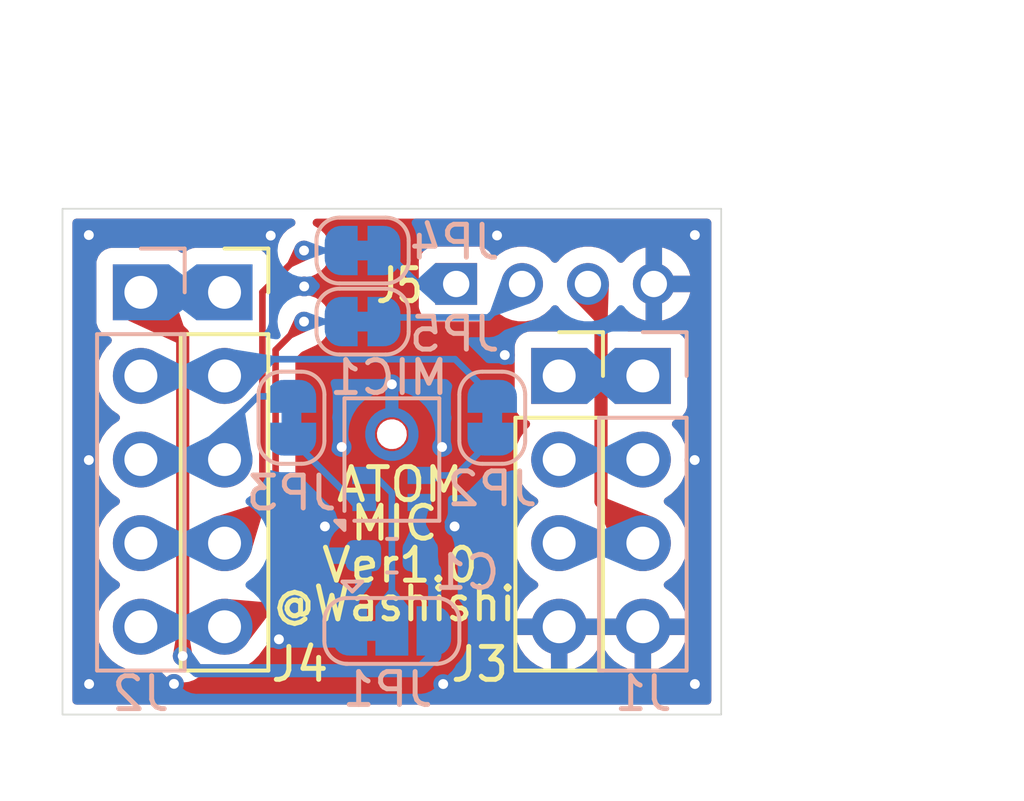
<source format=kicad_pcb>
(kicad_pcb (version 20221018) (generator pcbnew)
  (layers (0 "F.Cu" signal) (31 "B.Cu" signal) (34 "B.Paste" user) (35 "F.Paste" user) (36 "B.SilkS" user "B.Silkscreen") (37 "F.SilkS" user "F.Silkscreen") (38 "B.Mask" user) (39 "F.Mask" user) (44 "Edge.Cuts" user))
  (net 0 "")
  (net 1 "+3V3")
  (net 2 "GND")
  (net 3 "/G38{slash}G25")
  (net 4 "/G39{slash}G21")
  (net 5 "+5V")
  (net 6 "/G5{slash}G22")
  (net 7 "/G6{slash}G19")
  (net 8 "/G7{slash}G23")
  (net 9 "/G8{slash}G33")
  (net 10 "Net-(JP3-B)")
  (net 11 "Net-(J5-Pin_1)")
  (net 12 "Net-(J5-Pin_2)")
  (net 13 "Net-(JP1-C)")
  (net 14 "Net-(JP2-B)")
  (footprint "Connector_PinSocket_2.54mm:PinSocket_1x05_P2.54mm_Vertical" (layer "F.Cu") (at 131.92 76.073)
    (fp_text reference "J4" (at 2.286 11.303) (layer "F.SilkS"))
    (fp_text value "Conn_01x05_Socket" hide)
    (fp_line (start -1.33 1.27) (end -1.33 11.49) (stroke (width 0.12)) (layer "F.SilkS"))
    (fp_line (start -1.33 1.27) (end 1.33 1.27) (stroke (width 0.12)) (layer "F.SilkS"))
    (fp_line (start -1.33 11.49) (end 1.33 11.49) (stroke (width 0.12)) (layer "F.SilkS"))
    (fp_line (start 0 -1.33) (end 1.33 -1.33) (stroke (width 0.12)) (layer "F.SilkS"))
    (fp_line (start 1.33 -1.33) (end 1.33 0) (stroke (width 0.12)) (layer "F.SilkS"))
    (fp_line (start 1.33 1.27) (end 1.33 11.49) (stroke (width 0.12)) (layer "F.SilkS"))
    (pad "1" thru_hole rect (at 0 0) (size 1.7 1.7) (drill 1) (layers "*.Cu" "*.Mask") (net 1 "+3V3"))
    (pad "2" thru_hole oval (at 0 2.54) (size 1.7 1.7) (drill 1) (layers "*.Cu" "*.Mask") (net 6 "/G5{slash}G22"))
    (pad "3" thru_hole oval (at 0 5.08) (size 1.7 1.7) (drill 1) (layers "*.Cu" "*.Mask") (net 7 "/G6{slash}G19"))
    (pad "4" thru_hole oval (at 0 7.62) (size 1.7 1.7) (drill 1) (layers "*.Cu" "*.Mask") (net 8 "/G7{slash}G23"))
    (pad "5" thru_hole oval (at 0 10.16) (size 1.7 1.7) (drill 1) (layers "*.Cu" "*.Mask") (net 9 "/G8{slash}G33"))
  )
  (footprint "Connector_PinSocket_2.54mm:PinSocket_1x04_P2.54mm_Vertical" (layer "F.Cu") (at 142.08 78.613)
    (fp_text reference "J3" (at -2.413 8.763) (layer "F.SilkS"))
    (fp_text value "Conn_01x04_Socket" hide)
    (fp_line (start -1.33 1.27) (end -1.33 8.95) (stroke (width 0.12)) (layer "F.SilkS"))
    (fp_line (start -1.33 1.27) (end 1.33 1.27) (stroke (width 0.12)) (layer "F.SilkS"))
    (fp_line (start -1.33 8.95) (end 1.33 8.95) (stroke (width 0.12)) (layer "F.SilkS"))
    (fp_line (start 0 -1.33) (end 1.33 -1.33) (stroke (width 0.12)) (layer "F.SilkS"))
    (fp_line (start 1.33 -1.33) (end 1.33 0) (stroke (width 0.12)) (layer "F.SilkS"))
    (fp_line (start 1.33 1.27) (end 1.33 8.95) (stroke (width 0.12)) (layer "F.SilkS"))
    (pad "1" thru_hole rect (at 0 0) (size 1.7 1.7) (drill 1) (layers "*.Cu" "*.Mask") (net 4 "/G39{slash}G21"))
    (pad "2" thru_hole oval (at 0 2.54) (size 1.7 1.7) (drill 1) (layers "*.Cu" "*.Mask") (net 3 "/G38{slash}G25"))
    (pad "3" thru_hole oval (at 0 5.08) (size 1.7 1.7) (drill 1) (layers "*.Cu" "*.Mask") (net 5 "+5V"))
    (pad "4" thru_hole oval (at 0 7.62) (size 1.7 1.7) (drill 1) (layers "*.Cu" "*.Mask") (net 2 "GND"))
  )
  (footprint "Local_Library:CON_GROVE_H" (layer "F.Cu") (at 141.953 75.819)
    (fp_text reference "J5" (at -3.937 0.635) (layer "F.SilkS") (effects (font (size 1 0.8) (thickness 0.153) bold) (justify right bottom)))
    (fp_text value "HY2.0-4P")
    (pad "1" thru_hole rect (at -3 0) (size 1.27 1.27) (drill 0.8) (layers "*.Cu" "*.Mask") (net 11 "Net-(J5-Pin_1)"))
    (pad "2" thru_hole circle (at -1 0) (size 1.27 1.27) (drill 0.8) (layers "*.Cu" "*.Mask") (net 12 "Net-(J5-Pin_2)"))
    (pad "3" thru_hole circle (at 1 0) (size 1.27 1.27) (drill 0.8) (layers "*.Cu" "*.Mask") (net 5 "+5V"))
    (pad "4" thru_hole circle (at 3 0) (size 1.27 1.27) (drill 0.8) (layers "*.Cu" "*.Mask") (net 2 "GND"))
  )
  (footprint "Jumper:SolderJumper-2_P1.3mm_Bridged_RoundedPad1.0x1.5mm" (layer "B.Cu") (at 133.952 79.883 -90)
    (fp_text reference "JP3" (at 2.286 0 -180) (layer "B.SilkS") (effects (justify mirror)))
    (fp_text value "DAT")
    (fp_poly (pts (xy 0.25 0.3) (xy -0.25 0.3) (xy -0.25 -0.3) (xy 0.25 -0.3)) (fill solid) (layer "B.Cu"))
    (fp_line (start -1.4 -0.3) (end -1.4 0.3) (stroke (width 0.12)) (layer "B.SilkS"))
    (fp_line (start -0.7 1) (end 0.7 1) (stroke (width 0.12)) (layer "B.SilkS"))
    (fp_line (start 0.7 -1) (end -0.7 -1) (stroke (width 0.12)) (layer "B.SilkS"))
    (fp_line (start 1.4 0.3) (end 1.4 -0.3) (stroke (width 0.12)) (layer "B.SilkS"))
    (fp_arc (start -1.4 -0.3) (mid -1.194975 -0.794975) (end -0.7 -1) (stroke (width 0.12)) (layer "B.SilkS"))
    (fp_arc (start -0.7 1) (mid -1.194975 0.794975) (end -1.4 0.3) (stroke (width 0.12)) (layer "B.SilkS"))
    (fp_arc (start 0.7 -1) (mid 1.194975 -0.794975) (end 1.4 -0.3) (stroke (width 0.12)) (layer "B.SilkS"))
    (fp_arc (start 1.4 0.3) (mid 1.194975 0.794975) (end 0.7 1) (stroke (width 0.12)) (layer "B.SilkS"))
    (pad "1" smd custom (at -0.65 0 270) (size 1 0.5) (layers "B.Cu" "B.Mask") (net 7 "/G6{slash}G19") (options (clearance outline) (anchor rect)) (primitives (gr_circle (center 0 -0.25) (end 0.5 -0.25) (width 0) (fill yes)) (gr_circle (center 0 0.25) (end 0.5 0.25) (width 0) (fill yes)) (gr_poly (pts (xy 0.5 -0.75) (xy 0 -0.75) (xy 0 0.75) (xy 0.5 0.75)) (width 0) (fill yes))))
    (pad "2" smd custom (at 0.65 0 270) (size 1 0.5) (layers "B.Cu" "B.Mask") (net 10 "Net-(JP3-B)") (options (clearance outline) (anchor rect)) (primitives (gr_circle (center 0 -0.25) (end 0.5 -0.25) (width 0) (fill yes)) (gr_circle (center 0 0.25) (end 0.5 0.25) (width 0) (fill yes)) (gr_poly (pts (xy 0 -0.75) (xy -0.5 -0.75) (xy -0.5 0.75) (xy 0 0.75)) (width 0) (fill yes))))
  )
  (footprint "Sensor_Audio:Knowles_LGA-5_3.5x2.65mm" (layer "B.Cu") (at 137 81.153)
    (fp_text reference "MIC1" (at -0.090018 -2.492246) (layer "B.SilkS") (effects (font (thickness 0.153)) (justify mirror)))
    (fp_text value "SPH0641LU4H-1")
    (fp_line (start -1.44 -1.86) (end -1.44 1.56) (stroke (width 0.12)) (layer "B.SilkS"))
    (fp_line (start -1.14 1.86) (end 1.44 1.86) (stroke (width 0.12)) (layer "B.SilkS"))
    (fp_line (start 1.44 -1.86) (end -1.44 -1.86) (stroke (width 0.12)) (layer "B.SilkS"))
    (fp_line (start 1.44 1.86) (end 1.44 -1.86) (stroke (width 0.12)) (layer "B.SilkS"))
    (fp_poly (pts (xy -1.44 1.86) (xy -1.72 1.86) (xy -1.44 2.14) (xy -1.44 1.86)) (stroke (width 0.12)) (fill solid) (layer "B.SilkS"))
    (pad "" np_thru_hole circle (at 0 -0.77) (size 0.5 0.5) (drill 0.5) (layers "*.Cu" "*.Mask"))
    (pad "1" smd rect (at -0.8375 1.304) (size 0.725 0.522) (layers "B.Cu" "B.Paste" "B.Mask") (net 10 "Net-(JP3-B)"))
    (pad "2" smd rect (at -0.8375 0.482) (size 0.725 0.522) (layers "B.Cu" "B.Paste" "B.Mask") (net 13 "Net-(JP1-C)"))
    (pad "3" smd custom (at 0 -1.4325) (size 0.3 0.3) (layers "B.Cu" "B.Mask") (net 2 "GND") (options (clearance outline) (anchor circle)) (primitives (gr_circle (center 0 0.6625) (end 0.6625 0.6625) (width 0.3) (fill none))))
    (pad "4" smd rect (at 0.8375 0.482) (size 0.725 0.522) (layers "B.Cu" "B.Paste" "B.Mask") (net 14 "Net-(JP2-B)"))
    (pad "5" smd rect (at 0.8375 1.304) (size 0.725 0.522) (layers "B.Cu" "B.Paste" "B.Mask") (net 1 "+3V3"))
  )
  (footprint "Jumper:SolderJumper-2_P1.3mm_Bridged_RoundedPad1.0x1.5mm" (layer "B.Cu") (at 136.111 76.962)
    (fp_text reference "JP5" (at 2.794 0.381) (layer "B.SilkS") (effects (justify mirror)))
    (fp_text value "Gr2PIN")
    (fp_poly (pts (xy 0.25 0.3) (xy -0.25 0.3) (xy -0.25 -0.3) (xy 0.25 -0.3)) (fill solid) (layer "B.Cu"))
    (fp_line (start -1.4 -0.3) (end -1.4 0.3) (stroke (width 0.12)) (layer "B.SilkS"))
    (fp_line (start -0.7 1) (end 0.7 1) (stroke (width 0.12)) (layer "B.SilkS"))
    (fp_line (start 0.7 -1) (end -0.7 -1) (stroke (width 0.12)) (layer "B.SilkS"))
    (fp_line (start 1.4 0.3) (end 1.4 -0.3) (stroke (width 0.12)) (layer "B.SilkS"))
    (fp_arc (start -1.4 -0.3) (mid -1.194975 -0.794975) (end -0.7 -1) (stroke (width 0.12)) (layer "B.SilkS"))
    (fp_arc (start -0.7 1) (mid -1.194975 0.794975) (end -1.4 0.3) (stroke (width 0.12)) (layer "B.SilkS"))
    (fp_arc (start 0.7 -1) (mid 1.194975 -0.794975) (end 1.4 -0.3) (stroke (width 0.12)) (layer "B.SilkS"))
    (fp_arc (start 1.4 0.3) (mid 1.194975 0.794975) (end 0.7 1) (stroke (width 0.12)) (layer "B.SilkS"))
    (pad "1" smd custom (at -0.65 0) (size 1 0.5) (layers "B.Cu" "B.Mask") (net 9 "/G8{slash}G33") (options (clearance outline) (anchor rect)) (primitives (gr_circle (center 0 -0.25) (end 0.5 -0.25) (width 0) (fill yes)) (gr_circle (center 0 0.25) (end 0.5 0.25) (width 0) (fill yes)) (gr_poly (pts (xy 0.5 -0.75) (xy 0 -0.75) (xy 0 0.75) (xy 0.5 0.75)) (width 0) (fill yes))))
    (pad "2" smd custom (at 0.65 0) (size 1 0.5) (layers "B.Cu" "B.Mask") (net 12 "Net-(J5-Pin_2)") (options (clearance outline) (anchor rect)) (primitives (gr_circle (center 0 -0.25) (end 0.5 -0.25) (width 0) (fill yes)) (gr_circle (center 0 0.25) (end 0.5 0.25) (width 0) (fill yes)) (gr_poly (pts (xy 0 -0.75) (xy -0.5 -0.75) (xy -0.5 0.75) (xy 0 0.75)) (width 0) (fill yes))))
  )
  (footprint "Jumper:SolderJumper-2_P1.3mm_Bridged_RoundedPad1.0x1.5mm" (layer "B.Cu") (at 140.048 79.883 -90)
    (fp_text reference "JP2" (at 2.159 0 -180) (layer "B.SilkS") (effects (justify mirror)))
    (fp_text value "CLK")
    (fp_poly (pts (xy 0.25 0.3) (xy -0.25 0.3) (xy -0.25 -0.3) (xy 0.25 -0.3)) (fill solid) (layer "B.Cu"))
    (fp_line (start -1.4 -0.3) (end -1.4 0.3) (stroke (width 0.12)) (layer "B.SilkS"))
    (fp_line (start -0.7 1) (end 0.7 1) (stroke (width 0.12)) (layer "B.SilkS"))
    (fp_line (start 0.7 -1) (end -0.7 -1) (stroke (width 0.12)) (layer "B.SilkS"))
    (fp_line (start 1.4 0.3) (end 1.4 -0.3) (stroke (width 0.12)) (layer "B.SilkS"))
    (fp_arc (start -1.4 -0.3) (mid -1.194975 -0.794975) (end -0.7 -1) (stroke (width 0.12)) (layer "B.SilkS"))
    (fp_arc (start -0.7 1) (mid -1.194975 0.794975) (end -1.4 0.3) (stroke (width 0.12)) (layer "B.SilkS"))
    (fp_arc (start 0.7 -1) (mid 1.194975 -0.794975) (end 1.4 -0.3) (stroke (width 0.12)) (layer "B.SilkS"))
    (fp_arc (start 1.4 0.3) (mid 1.194975 0.794975) (end 0.7 1) (stroke (width 0.12)) (layer "B.SilkS"))
    (pad "1" smd custom (at -0.65 0 270) (size 1 0.5) (layers "B.Cu" "B.Mask") (net 6 "/G5{slash}G22") (options (clearance outline) (anchor rect)) (primitives (gr_circle (center 0 -0.25) (end 0.5 -0.25) (width 0) (fill yes)) (gr_circle (center 0 0.25) (end 0.5 0.25) (width 0) (fill yes)) (gr_poly (pts (xy 0.5 -0.75) (xy 0 -0.75) (xy 0 0.75) (xy 0.5 0.75)) (width 0) (fill yes))))
    (pad "2" smd custom (at 0.65 0 270) (size 1 0.5) (layers "B.Cu" "B.Mask") (net 14 "Net-(JP2-B)") (options (clearance outline) (anchor rect)) (primitives (gr_circle (center 0 -0.25) (end 0.5 -0.25) (width 0) (fill yes)) (gr_circle (center 0 0.25) (end 0.5 0.25) (width 0) (fill yes)) (gr_poly (pts (xy 0 -0.75) (xy -0.5 -0.75) (xy -0.5 0.75) (xy 0 0.75)) (width 0) (fill yes))))
  )
  (footprint "Connector_PinHeader_2.54mm:PinHeader_1x04_P2.54mm_Vertical" (layer "B.Cu") (at 144.62 78.613 180)
    (fp_text reference "J1" (at -0.013035 -9.652) (layer "B.SilkS") (effects (justify mirror)))
    (fp_text value "Conn_01x04_Pin")
    (fp_line (start -1.33 -8.95) (end 1.33 -8.95) (stroke (width 0.12)) (layer "B.SilkS"))
    (fp_line (start -1.33 -1.27) (end -1.33 -8.95) (stroke (width 0.12)) (layer "B.SilkS"))
    (fp_line (start -1.33 -1.27) (end 1.33 -1.27) (stroke (width 0.12)) (layer "B.SilkS"))
    (fp_line (start -1.33 0) (end -1.33 1.33) (stroke (width 0.12)) (layer "B.SilkS"))
    (fp_line (start -1.33 1.33) (end 0 1.33) (stroke (width 0.12)) (layer "B.SilkS"))
    (fp_line (start 1.33 -1.27) (end 1.33 -8.95) (stroke (width 0.12)) (layer "B.SilkS"))
    (pad "1" thru_hole rect (at 0 0 180) (size 1.7 1.7) (drill 1) (layers "*.Cu" "*.Mask") (net 4 "/G39{slash}G21"))
    (pad "2" thru_hole oval (at 0 -2.54 180) (size 1.7 1.7) (drill 1) (layers "*.Cu" "*.Mask") (net 3 "/G38{slash}G25"))
    (pad "3" thru_hole oval (at 0 -5.08 180) (size 1.7 1.7) (drill 1) (layers "*.Cu" "*.Mask") (net 5 "+5V"))
    (pad "4" thru_hole oval (at 0 -7.62 180) (size 1.7 1.7) (drill 1) (layers "*.Cu" "*.Mask") (net 2 "GND"))
  )
  (footprint "Jumper:SolderJumper-3_P1.3mm_Bridged12_RoundedPad1.0x1.5mm" (layer "B.Cu") (at 137 86.36)
    (fp_text reference "JP1" (at -0.127 1.778) (layer "B.SilkS") (effects (justify mirror)))
    (fp_text value "DATA SELECT")
    (fp_poly (pts (xy -0.9 0.3) (xy -0.4 0.3) (xy -0.4 -0.3) (xy -0.9 -0.3)) (fill solid) (layer "B.Cu"))
    (fp_line (start -2.05 -0.3) (end -2.05 0.3) (stroke (width 0.12)) (layer "B.SilkS"))
    (fp_line (start -1.5 -1.5) (end -0.9 -1.5) (stroke (width 0.12)) (layer "B.SilkS"))
    (fp_line (start -1.4 1) (end 1.4 1) (stroke (width 0.12)) (layer "B.SilkS"))
    (fp_line (start -1.2 -1.2) (end -1.5 -1.5) (stroke (width 0.12)) (layer "B.SilkS"))
    (fp_line (start -1.2 -1.2) (end -0.9 -1.5) (stroke (width 0.12)) (layer "B.SilkS"))
    (fp_line (start 1.4 -1) (end -1.4 -1) (stroke (width 0.12)) (layer "B.SilkS"))
    (fp_line (start 2.05 0.3) (end 2.05 -0.3) (stroke (width 0.12)) (layer "B.SilkS"))
    (fp_arc (start -2.05 -0.3) (mid -1.844975 -0.794975) (end -1.35 -1) (stroke (width 0.12)) (layer "B.SilkS"))
    (fp_arc (start -1.35 1) (mid -1.844975 0.794975) (end -2.05 0.3) (stroke (width 0.12)) (layer "B.SilkS"))
    (fp_arc (start 1.35 -1) (mid 1.844975 -0.794975) (end 2.05 -0.3) (stroke (width 0.12)) (layer "B.SilkS"))
    (fp_arc (start 2.05 0.3) (mid 1.844975 0.794975) (end 1.35 1) (stroke (width 0.12)) (layer "B.SilkS"))
    (pad "1" smd custom (at -1.3 0) (size 1 0.5) (layers "B.Cu" "B.Mask") (net 2 "GND") (options (clearance outline) (anchor rect)) (primitives (gr_circle (center 0 -0.25) (end 0.5 -0.25) (width 0) (fill yes)) (gr_circle (center 0 0.25) (end 0.5 0.25) (width 0) (fill yes)) (gr_poly (pts (xy 0.55 -0.75) (xy 0 -0.75) (xy 0 0.75) (xy 0.55 0.75)) (width 0) (fill yes))))
    (pad "2" smd rect (at 0 0) (size 1 1.5) (layers "B.Cu" "B.Mask") (net 13 "Net-(JP1-C)"))
    (pad "3" smd custom (at 1.3 0) (size 1 0.5) (layers "B.Cu" "B.Mask") (net 1 "+3V3") (options (clearance outline) (anchor rect)) (primitives (gr_circle (center 0 -0.25) (end 0.5 -0.25) (width 0) (fill yes)) (gr_circle (center 0 0.25) (end 0.5 0.25) (width 0) (fill yes)) (gr_poly (pts (xy 0 -0.75) (xy -0.55 -0.75) (xy -0.55 0.75) (xy 0 0.75)) (width 0) (fill yes))))
  )
  (footprint "Jumper:SolderJumper-2_P1.3mm_Bridged_RoundedPad1.0x1.5mm" (layer "B.Cu") (at 136.111 74.803)
    (fp_text reference "JP4" (at 2.794 -0.254 180) (layer "B.SilkS") (effects (justify mirror)))
    (fp_text value "Gr1PIN")
    (fp_poly (pts (xy 0.25 0.3) (xy -0.25 0.3) (xy -0.25 -0.3) (xy 0.25 -0.3)) (fill solid) (layer "B.Cu"))
    (fp_line (start -1.4 -0.3) (end -1.4 0.3) (stroke (width 0.12)) (layer "B.SilkS"))
    (fp_line (start -0.7 1) (end 0.7 1) (stroke (width 0.12)) (layer "B.SilkS"))
    (fp_line (start 0.7 -1) (end -0.7 -1) (stroke (width 0.12)) (layer "B.SilkS"))
    (fp_line (start 1.4 0.3) (end 1.4 -0.3) (stroke (width 0.12)) (layer "B.SilkS"))
    (fp_arc (start -1.4 -0.3) (mid -1.194975 -0.794975) (end -0.7 -1) (stroke (width 0.12)) (layer "B.SilkS"))
    (fp_arc (start -0.7 1) (mid -1.194975 0.794975) (end -1.4 0.3) (stroke (width 0.12)) (layer "B.SilkS"))
    (fp_arc (start 0.7 -1) (mid 1.194975 -0.794975) (end 1.4 -0.3) (stroke (width 0.12)) (layer "B.SilkS"))
    (fp_arc (start 1.4 0.3) (mid 1.194975 0.794975) (end 0.7 1) (stroke (width 0.12)) (layer "B.SilkS"))
    (pad "1" smd custom (at -0.65 0) (size 1 0.5) (layers "B.Cu" "B.Mask") (net 8 "/G7{slash}G23") (options (clearance outline) (anchor rect)) (primitives (gr_circle (center 0 -0.25) (end 0.5 -0.25) (width 0) (fill yes)) (gr_circle (center 0 0.25) (end 0.5 0.25) (width 0) (fill yes)) (gr_poly (pts (xy 0.5 -0.75) (xy 0 -0.75) (xy 0 0.75) (xy 0.5 0.75)) (width 0) (fill yes))))
    (pad "2" smd custom (at 0.65 0) (size 1 0.5) (layers "B.Cu" "B.Mask") (net 11 "Net-(J5-Pin_1)") (options (clearance outline) (anchor rect)) (primitives (gr_circle (center 0 -0.25) (end 0.5 -0.25) (width 0) (fill yes)) (gr_circle (center 0 0.25) (end 0.5 0.25) (width 0) (fill yes)) (gr_poly (pts (xy 0 -0.75) (xy -0.5 -0.75) (xy -0.5 0.75) (xy 0 0.75)) (width 0) (fill yes))))
  )
  (footprint "Capacitor_SMD:C_0603_1608Metric_Pad1.08x0.95mm_HandSolder" (layer "B.Cu") (at 137 84.074 180)
    (fp_text reference "C1" (at -2.286 -0.508) (layer "B.SilkS") (effects (justify mirror)))
    (fp_text value "0.1u")
    (fp_line (start -0.146267 -0.51) (end 0.146267 -0.51) (stroke (width 0.12)) (layer "B.SilkS"))
    (fp_line (start -0.146267 0.51) (end 0.146267 0.51) (stroke (width 0.12)) (layer "B.SilkS"))
    (pad "1" smd roundrect (at -0.8625 0 180) (size 1.075 0.95) (layers "B.Cu" "B.Paste" "B.Mask") (net 1 "+3V3"))
    (pad "2" smd roundrect (at 0.8625 0 180) (size 1.075 0.95) (layers "B.Cu" "B.Paste" "B.Mask") (net 2 "GND"))
  )
  (footprint "Connector_PinHeader_2.54mm:PinHeader_1x05_P2.54mm_Vertical" (layer "B.Cu") (at 129.38 76.073 180)
    (fp_text reference "J2" (at 0.006886 -12.192) (layer "B.SilkS") (effects (justify mirror)))
    (fp_text value "Conn_01x05_Pin")
    (fp_line (start -1.33 -11.49) (end 1.33 -11.49) (stroke (width 0.12)) (layer "B.SilkS"))
    (fp_line (start -1.33 -1.27) (end -1.33 -11.49) (stroke (width 0.12)) (layer "B.SilkS"))
    (fp_line (start -1.33 -1.27) (end 1.33 -1.27) (stroke (width 0.12)) (layer "B.SilkS"))
    (fp_line (start -1.33 0) (end -1.33 1.33) (stroke (width 0.12)) (layer "B.SilkS"))
    (fp_line (start -1.33 1.33) (end 0 1.33) (stroke (width 0.12)) (layer "B.SilkS"))
    (fp_line (start 1.33 -1.27) (end 1.33 -11.49) (stroke (width 0.12)) (layer "B.SilkS"))
    (pad "1" thru_hole rect (at 0 0 180) (size 1.7 1.7) (drill 1) (layers "*.Cu" "*.Mask") (net 1 "+3V3"))
    (pad "2" thru_hole oval (at 0 -2.54 180) (size 1.7 1.7) (drill 1) (layers "*.Cu" "*.Mask") (net 6 "/G5{slash}G22"))
    (pad "3" thru_hole oval (at 0 -5.08 180) (size 1.7 1.7) (drill 1) (layers "*.Cu" "*.Mask") (net 7 "/G6{slash}G19"))
    (pad "4" thru_hole oval (at 0 -7.62 180) (size 1.7 1.7) (drill 1) (layers "*.Cu" "*.Mask") (net 8 "/G7{slash}G23"))
    (pad "5" thru_hole oval (at 0 -10.16 180) (size 1.7 1.7) (drill 1) (layers "*.Cu" "*.Mask") (net 9 "/G8{slash}G33"))
  )
  (gr_rect (start 127 73.533) (end 147 88.9) (stroke (width 0.05)) (fill none) (layer "Edge.Cuts"))
  (gr_text "Ver1.0" (at 134.79 84.948) (layer "F.SilkS") (effects (font (size 1 1)) (justify left bottom)))
  (gr_text "@Washishi" (at 133.315 86.123) (layer "F.SilkS") (effects (font (size 1 0.95)) (justify left bottom)))
  (gr_text "MIC" (at 135.665 83.673) (layer "F.SilkS") (effects (font (size 1 1)) (justify left bottom)))
  (gr_text "ATOM" (at 135.24 82.498) (layer "F.SilkS") (effects (font (size 1 1)) (justify left bottom)))
  (segment (start 130.65 77.343) (end 130.65 87.122) (width 0.4) (layer "F.Cu") (net 1))
  (segment (start 129.38 76.073) (end 130.65 77.343) (width 0.4) (layer "F.Cu") (net 1))
  (via (at 130.65 87.122) (size 0.6) (drill 0.3) (layers "F.Cu" "B.Cu") (net 1))
  (segment (start 138.3 84.5115) (end 137.8625 84.074) (width 0.4) (layer "B.Cu") (net 1))
  (segment (start 137.8375 84.43) (end 137.8625 84.455) (width 0.2) (layer "B.Cu") (net 1))
  (segment (start 131.096 87.568) (end 137.842 87.568) (width 0.4) (layer "B.Cu") (net 1))
  (segment (start 131.92 76.073) (end 129.38 76.073) (width 0.4) (layer "B.Cu") (net 1))
  (segment (start 137.842 87.568) (end 138.3 87.11) (width 0.4) (layer "B.Cu") (net 1))
  (segment (start 137.8375 84.049) (end 137.8625 84.074) (width 0.4) (layer "B.Cu") (net 1))
  (segment (start 138.3 86.36) (end 138.3 84.5115) (width 0.4) (layer "B.Cu") (net 1))
  (segment (start 137.8375 82.457) (end 137.8375 84.049) (width 0.4) (layer "B.Cu") (net 1))
  (segment (start 138.3 87.11) (end 138.3 86.36) (width 0.4) (layer "B.Cu") (net 1))
  (segment (start 130.65 87.122) (end 131.096 87.568) (width 0.4) (layer "B.Cu") (net 1))
  (via (at 134.968 83.185) (size 0.6) (drill 0.3) (layers "F.Cu" "B.Cu") (net 2))
  (via (at 138.524 80.772) (size 0.6) (drill 0.3) (layers "F.Cu" "B.Cu") (net 2))
  (via (at 138.558552 87.973) (size 0.6) (drill 0.3) (layers "F.Cu" "B.Cu") (net 2))
  (via (at 130.384743 87.968321) (size 0.6) (drill 0.3) (layers "F.Cu" "B.Cu") (net 2))
  (via (at 133.321949 74.349418) (size 0.6) (drill 0.3) (layers "F.Cu" "B.Cu") (net 2))
  (via (at 133.571 86.614) (size 0.6) (drill 0.3) (layers "F.Cu" "B.Cu") (net 2))
  (via (at 127.807994 87.973) (size 0.6) (drill 0.3) (layers "F.Cu" "B.Cu") (net 2))
  (via (at 127.8 81.169281) (size 0.6) (drill 0.3) (layers "F.Cu" "B.Cu") (net 2))
  (via (at 146.193759 81.168234) (size 0.6) (drill 0.3) (layers "F.Cu" "B.Cu") (net 2))
  (via (at 135.476 80.772) (size 0.6) (drill 0.3) (layers "F.Cu" "B.Cu") (net 2))
  (via (at 140.193335 74.345137) (size 0.6) (drill 0.3) (layers "F.Cu" "B.Cu") (net 2))
  (via (at 138.905 83.185) (size 0.6) (drill 0.3) (layers "F.Cu" "B.Cu") (net 2))
  (via (at 127.8 74.333) (size 0.6) (drill 0.3) (layers "F.Cu" "B.Cu") (net 2))
  (via (at 140.429 77.978) (size 0.6) (drill 0.3) (layers "F.Cu" "B.Cu") (net 2))
  (via (at 146.2 74.333) (size 0.6) (drill 0.3) (layers "F.Cu" "B.Cu") (net 2))
  (via (at 137 78.867) (size 0.6) (drill 0.3) (layers "F.Cu" "B.Cu") (net 2))
  (via (at 146.2 87.973) (size 0.6) (drill 0.3) (layers "F.Cu" "B.Cu") (net 2))
  (via (at 134.338317 75.893721) (size 0.6) (drill 0.3) (layers "F.Cu" "B.Cu") (net 2))
  (segment (start 137 79.629) (end 137 78.867) (width 0.4) (layer "B.Cu") (net 2))
  (segment (start 137.6 80.134472) (end 137.186028 79.7205) (width 0.2) (layer "B.Cu") (net 2))
  (segment (start 137.186028 79.7205) (end 137 79.7205) (width 0.2) (layer "B.Cu") (net 2))
  (segment (start 137.6 80.631528) (end 137.6 80.134472) (width 0.2) (layer "B.Cu") (net 2))
  (segment (start 137.248528 80.983) (end 137.6 80.631528) (width 0.2) (layer "B.Cu") (net 2))
  (segment (start 144.62 81.153) (end 142.08 81.153) (width 0.2) (layer "B.Cu") (net 3))
  (segment (start 144.62 78.613) (end 142.08 78.613) (width 0.2) (layer "B.Cu") (net 4))
  (segment (start 143.35 82.423) (end 143.35 76.216) (width 0.4) (layer "F.Cu") (net 5))
  (segment (start 143.35 76.216) (end 142.953 75.819) (width 0.4) (layer "F.Cu") (net 5))
  (segment (start 144.62 83.693) (end 143.35 82.423) (width 0.4) (layer "F.Cu") (net 5))
  (segment (start 144.62 83.693) (end 144.62 83.693) (width 0.2) (layer "B.Cu") (net 5))
  (segment (start 144.62 83.693) (end 142.08 83.693) (width 0.4) (layer "B.Cu") (net 5))
  (segment (start 144.493 83.693) (end 144.62 83.693) (width 0.2) (layer "B.Cu") (net 5))
  (segment (start 132.428 78.105) (end 131.92 78.613) (width 0.2) (layer "B.Cu") (net 6))
  (segment (start 138.92 78.105) (end 132.428 78.105) (width 0.2) (layer "B.Cu") (net 6))
  (segment (start 140.048 79.233) (end 138.92 78.105) (width 0.2) (layer "B.Cu") (net 6))
  (segment (start 131.92 78.613) (end 129.38 78.613) (width 0.2) (layer "B.Cu") (net 6))
  (segment (start 132.926346 79.233) (end 131.92 80.239346) (width 0.2) (layer "B.Cu") (net 7))
  (segment (start 133.952 79.233) (end 132.926346 79.233) (width 0.2) (layer "B.Cu") (net 7))
  (segment (start 131.92 81.153) (end 129.38 81.153) (width 0.2) (layer "B.Cu") (net 7))
  (segment (start 133.952 79.233) (end 133.952 79.727858) (width 0.2) (layer "B.Cu") (net 7))
  (segment (start 131.92 80.239346) (end 131.92 81.153) (width 0.2) (layer "B.Cu") (net 7))
  (segment (start 133.07 82.543) (end 133.07 76.066) (width 0.2) (layer "F.Cu") (net 8))
  (segment (start 131.92 83.693) (end 133.07 82.543) (width 0.2) (layer "F.Cu") (net 8))
  (segment (start 133.07 76.066) (end 134.333 74.803) (width 0.2) (layer "F.Cu") (net 8))
  (via (at 134.333 74.803) (size 0.6) (drill 0.3) (layers "F.Cu" "B.Cu") (net 8))
  (segment (start 135.476 74.803) (end 134.333 74.803) (width 0.2) (layer "B.Cu") (net 8))
  (segment (start 131.92 83.693) (end 129.38 83.693) (width 0.2) (layer "B.Cu") (net 8))
  (segment (start 132.696 86.233) (end 133.47 85.459) (width 0.2) (layer "F.Cu") (net 9))
  (segment (start 133.47 77.825) (end 134.333 76.962) (width 0.2) (layer "F.Cu") (net 9))
  (segment (start 133.47 85.459) (end 133.47 77.825) (width 0.2) (layer "F.Cu") (net 9))
  (segment (start 131.92 86.233) (end 132.696 86.233) (width 0.2) (layer "F.Cu") (net 9))
  (via (at 134.333 76.962) (size 0.6) (drill 0.3) (layers "F.Cu" "B.Cu") (net 9))
  (segment (start 135.461 76.962) (end 134.333 76.962) (width 0.2) (layer "B.Cu") (net 9))
  (segment (start 131.92 86.233) (end 129.38 86.233) (width 0.2) (layer "B.Cu") (net 9))
  (segment (start 135.876 82.457) (end 133.952 80.533) (width 0.2) (layer "B.Cu") (net 10))
  (segment (start 136.1625 82.457) (end 135.876 82.457) (width 0.2) (layer "B.Cu") (net 10))
  (segment (start 137.792 75.819) (end 136.776 74.803) (width 0.2) (layer "B.Cu") (net 11))
  (segment (start 138.953 75.819) (end 137.792 75.819) (width 0.2) (layer "B.Cu") (net 11))
  (segment (start 140.953 75.819) (end 139.937 76.835) (width 0.2) (layer "B.Cu") (net 12))
  (segment (start 139.937 76.835) (end 136.761 76.835) (width 0.2) (layer "B.Cu") (net 12))
  (segment (start 137 82.169) (end 136.466 81.635) (width 0.2) (layer "B.Cu") (net 13))
  (segment (start 136.466 81.635) (end 136.1625 81.635) (width 0.2) (layer "B.Cu") (net 13))
  (segment (start 137 86.487) (end 137 82.169) (width 0.2) (layer "B.Cu") (net 13))
  (segment (start 140.048 80.533) (end 138.946 81.635) (width 0.2) (layer "B.Cu") (net 14))
  (segment (start 138.946 81.635) (end 137.8375 81.635) (width 0.2) (layer "B.Cu") (net 14))
  (zone (net 2) (net_name "GND") (layers "F&B.Cu") (connect_pads (clearance 0.5)) (min_thickness 0.25) (fill yes (thermal_gap 0.5) (thermal_bridge_width 0.5))
    (polygon (pts (xy 146.985 88.925) (xy 146.985 73.558) (xy 127.015 73.558) (xy 127.015 88.925)))
  )
)
</source>
